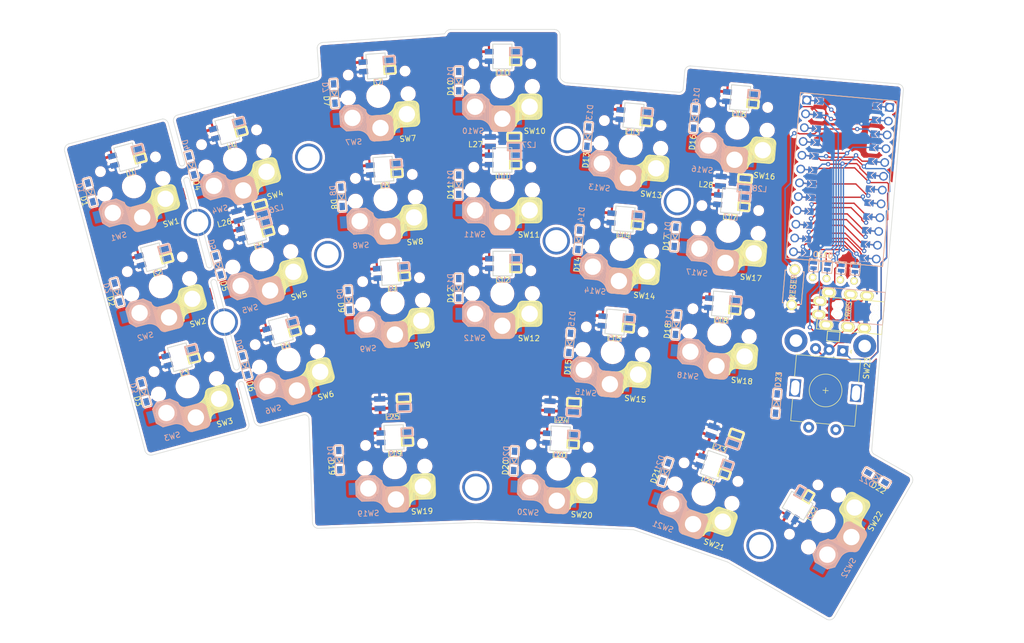
<source format=kicad_pcb>
(kicad_pcb (version 20211014) (generator pcbnew)
  (layers (0 "F.Cu" signal) (31 "B.Cu" signal) (34 "B.Paste" user) (35 "F.Paste" user) (36 "B.SilkS" user "B.Silkscreen") (37 "F.SilkS" user "F.Silkscreen") (38 "B.Mask" user) (39 "F.Mask" user) (44 "Edge.Cuts" user))
  (net 0 "")
  (net 2 "SW23b")
  (net 3 "Net-(L23-Pad3)")
  (net 4 "Net-(L1-Pad3)")
  (net 6 "Net-(D1-Pad1)")
  (net 7 "Net-(D2-Pad1)")
  (net 8 "Net-(D3-Pad1)")
  (net 9 "col0")
  (net 10 "Net-(D4-Pad1)")
  (net 11 "Net-(D5-Pad1)")
  (net 12 "Net-(D6-Pad1)")
  (net 13 "Net-(L24-Pad3)")
  (net 14 "Net-(D7-Pad1)")
  (net 15 "Net-(D8-Pad1)")
  (net 16 "Net-(D9-Pad1)")
  (net 17 "Net-(D10-Pad1)")
  (net 18 "Net-(D11-Pad1)")
  (net 19 "Net-(D12-Pad1)")
  (net 20 "Net-(D13-Pad1)")
  (net 21 "Net-(D14-Pad1)")
  (net 22 "Net-(D15-Pad1)")
  (net 23 "Net-(D16-Pad1)")
  (net 24 "Net-(D17-Pad1)")
  (net 25 "Net-(D18-Pad1)")
  (net 26 "col2")
  (net 27 "col3")
  (net 28 "col4")
  (net 29 "col5")
  (net 30 "top")
  (net 31 "home")
  (net 32 "bottom")
  (net 33 "thumb")
  (net 34 "Net-(D20-Pad1)")
  (net 35 "Net-(D21-Pad1)")
  (net 36 "Net-(D19-Pad1)")
  (net 37 "Net-(D22-Pad1)")
  (net 38 "GND")
  (net 39 "reset")
  (net 40 "VCC")
  (net 41 "Net-(J1-Pad1)")
  (net 42 "Net-(J1-Pad2)")
  (net 43 "Net-(J1-Pad3)")
  (net 44 "Net-(J1-Pad4)")
  (net 45 "SCL")
  (net 46 "SDA")
  (net 47 "data")
  (net 48 "Net-(J2-PadC)")
  (net 49 "LED")
  (net 50 "Net-(L1-Pad1)")
  (net 51 "Net-(L2-Pad1)")
  (net 53 "Net-(L4-Pad3)")
  (net 54 "Net-(L5-Pad3)")
  (net 55 "Net-(L10-Pad1)")
  (net 56 "Net-(L11-Pad1)")
  (net 57 "Net-(L7-Pad1)")
  (net 58 "Net-(L8-Pad1)")
  (net 59 "Net-(L10-Pad3)")
  (net 60 "Net-(L11-Pad3)")
  (net 61 "Net-(L12-Pad3)")
  (net 62 "Net-(L13-Pad3)")
  (net 63 "Net-(L14-Pad3)")
  (net 64 "Net-(L15-Pad3)")
  (net 65 "Net-(L15-Pad1)")
  (net 66 "Net-(L16-Pad1)")
  (net 67 "Net-(L17-Pad1)")
  (net 68 "Net-(L19-Pad3)")
  (net 69 "Net-(L20-Pad3)")
  (net 70 "Net-(L21-Pad3)")
  (net 71 "Net-(L22-Pad3)")
  (net 73 "Net-(L25-Pad3)")
  (net 74 "SW23a")
  (net 75 "encoderA")
  (net 76 "Net-(L26-Pad3)")
  (net 77 "Net-(L27-Pad3)")
  (net 78 "encoderB")
  (footprint "fp:SK6812MINI_rev" (layer "F.Cu") (at 179.8 130.75 -19)
    (fp_text reference "L21" hide)
    (fp_text value "SK6812MINI" hide)
    (fp_line (start -1.75 -2.25) (end 1.75 -2.25) (layer "Edge.Cuts") (width 0.15))
    (fp_line (start 1.75 2.25) (end -1.75 2.25) (layer "Edge.Cuts") (width 0.15))
    (fp_line (start -1.75 -2.25) (end -1.75 2.25) (layer "Edge.Cuts") (width 0.15))
    (fp_line (start 1.75 -2.25) (end 1.75 2.25) (layer "Edge.Cuts") (width 0.15))
  )
  (footprint "fp:D3_SMD" (layer "F.Cu") (at 172.775 88.85 85)
    (fp_text reference "D17" hide)
    (fp_text value "DIODE" hide)
  )
  (footprint "fp:D3_SMD" (layer "F.Cu") (at 89.013775 94.104627 105)
    (fp_text reference "D5" hide)
    (fp_text value "DIODE" hide)
  )
  (footprint "fp:SK6812MINI_underglow_rev" (layer "F.Cu") (at 181.65 125.25 -19)
    (fp_text reference "L23" hide)
    (fp_text value "SK6812MINI" hide)
  )
  (footprint "fp:ChocV1_V2_Hotswap_reversed" (layer "F.Cu") (at 141.105967 80.284641)
    (fp_text reference "SW11")
    (fp_text value "SW_PUSH" hide)
  )
  (footprint "kbd:MJ-4PP-9" (layer "F.Cu") (at 210.922545 103.794605 -95)
    (fp_text reference "J2" hide)
    (fp_text value "MJ-4PP-9" hide)
  )
  (footprint "fp:D3_SMD" (layer "F.Cu") (at 155.111639 89.397314 85)
    (fp_text reference "D14" hide)
    (fp_text value "DIODE" hide)
  )
  (footprint "kbd:M2_Hole_TH_Outside" (layer "F.Cu") (at 109.1 92.1)
    (fp_text reference "REF**" hide)
    (fp_text value "M2_Hole_TH_Outside" hide)
  )
  (footprint "fp:ChocV1_V2_Hotswap_reversed" (layer "F.Cu") (at 161.338081 110.018454 -5)
    (fp_text reference "SW15")
    (fp_text value "SW_PUSH" hide)
  )
  (footprint "fp:D3_SMD" (layer "F.Cu") (at 176.311915 67.1446 85)
    (fp_text reference "D16" hide)
    (fp_text value "DIODE" hide)
  )
  (footprint "fp:SK6812MINI_underglow_rev" (layer "F.Cu") (at 120.85 119.4 2)
    (fp_text reference "L25" hide)
    (fp_text value "SK6812MINI" hide)
  )
  (footprint "fp:SK6812MINI_rev" (layer "F.Cu") (at 141.11 55.75)
    (fp_text reference "L10" hide)
    (fp_text value "SK6812MINI" hide)
    (fp_line (start 1.75 2.25) (end -1.75 2.25) (layer "Edge.Cuts") (width 0.15))
    (fp_line (start -1.75 -2.25) (end 1.75 -2.25) (layer "Edge.Cuts") (width 0.15))
    (fp_line (start -1.75 -2.25) (end -1.75 2.25) (layer "Edge.Cuts") (width 0.15))
    (fp_line (start 1.75 -2.25) (end 1.75 2.25) (layer "Edge.Cuts") (width 0.15))
  )
  (footprint "kbd:M2_Hole_TH_Outside" (layer "F.Cu") (at 188.35 145.5)
    (fp_text reference "REF**" hide)
    (fp_text value "M2_Hole_TH_Outside" hide)
  )
  (footprint "fp:D3_SMD" (layer "F.Cu") (at 173 105 85)
    (fp_text reference "D18" hide)
    (fp_text value "DIODE" hide)
  )
  (footprint "fp:SK6812MINI_rev" (layer "F.Cu") (at 120.65 95.4 4)
    (fp_text reference "L9" hide)
    (fp_text value "SK6812MINI" hide)
    (fp_line (start 1.75 2.25) (end -1.75 2.25) (layer "Edge.Cuts") (width 0.15))
    (fp_line (start 1.75 -2.25) (end 1.75 2.25) (layer "Edge.Cuts") (width 0.15))
    (fp_line (start -1.75 -2.25) (end -1.75 2.25) (layer "Edge.Cuts") (width 0.15))
    (fp_line (start -1.75 -2.25) (end 1.75 -2.25) (layer "Edge.Cuts") (width 0.15))
  )
  (footprint "fp:D3_SMD" (layer "F.Cu") (at 156.767596 70.469614 85)
    (fp_text reference "D13" hide)
    (fp_text value "DIODE" hide)
  )
  (footprint "fp:ChocV1_V2_Hotswap_reversed" (layer "F.Cu") (at 119.674628 81.953717 4)
    (fp_text reference "SW8")
    (fp_text value "SW_PUSH" hide)
  )
  (footprint "fp:SK6812MINI_rev" (layer "F.Cu") (at 121.25 125.65 2)
    (fp_text reference "L19" hide)
    (fp_text value "SK6812MINI" hide)
    (fp_line (start -1.75 -2.25) (end -1.75 2.25) (layer "Edge.Cuts") (width 0.15))
    (fp_line (start 1.75 2.25) (end -1.75 2.25) (layer "Edge.Cuts") (width 0.15))
    (fp_line (start 1.75 -2.25) (end 1.75 2.25) (layer "Edge.Cuts") (width 0.15))
    (fp_line (start -1.75 -2.25) (end 1.75 -2.25) (layer "Edge.Cuts") (width 0.15))
  )
  (footprint "fp:SK6812MINI_rev" (layer "F.Cu") (at 165.150633 66.65 -5)
    (fp_text reference "L13" hide)
    (fp_text value "SK6812MINI" hide)
    (fp_line (start -1.75 -2.25) (end -1.75 2.25) (layer "Edge.Cuts") (width 0.15))
    (fp_line (start 1.75 -2.25) (end 1.75 2.25) (layer "Edge.Cuts") (width 0.15))
    (fp_line (start 1.75 2.25) (end -1.75 2.25) (layer "Edge.Cuts") (width 0.15))
    (fp_line (start -1.75 -2.25) (end 1.75 -2.25) (layer "Edge.Cuts") (width 0.15))
  )
  (footprint "fp:D3_SMD" (layer "F.Cu") (at 191.35 119.45 -95)
    (fp_text reference "D23" hide)
    (fp_text value "DIODE" hide)
  )
  (footprint "fp:SK6812MINI_rev" (layer "F.Cu") (at 118.002433 57.5 4)
    (fp_text reference "L7" hide)
    (fp_text value "SK6812MINI" hide)
    (fp_line (start -1.75 -2.25) (end -1.75 2.25) (layer "Edge.Cuts") (width 0.15))
    (fp_line (start 1.75 2.25) (end -1.75 2.25) (layer "Edge.Cuts") (width 0.15))
    (fp_line (start -1.75 -2.25) (end 1.75 -2.25) (layer "Edge.Cuts") (width 0.15))
    (fp_line (start 1.75 -2.25) (end 1.75 2.25) (layer "Edge.Cuts") (width 0.15))
  )
  (footprint "kbd:Jumper" (layer "F.Cu") (at 203.254701 94.561698 -95)
    (fp_text reference "JP2" hide)
    (fp_text value " ")
  )
  (footprint "fp:SK6812MINI_rev" (layer "F.Cu") (at 195.25 138.2 60)
    (fp_text reference "L22" hide)
    (fp_text value "SK6812MINI" hide)
    (fp_line (start -1.75 -2.25) (end -1.75 2.25) (layer "Edge.Cuts") (width 0.15))
    (fp_line (start 1.75 2.25) (end -1.75 2.25) (layer "Edge.Cuts") (width 0.15))
    (fp_line (start -1.75 -2.25) (end 1.75 -2.25) (layer "Edge.Cuts") (width 0.15))
    (fp_line (start 1.75 -2.25) (end 1.75 2.25) (layer "Edge.Cuts") (width 0.15))
  )
  (footprint "fp:SK6812MINI_rev" (layer "F.Cu") (at 141.15 93.75)
    (fp_text reference "L12" hide)
    (fp_text value "SK6812MINI" hide)
    (fp_line (start 1.75 -2.25) (end 1.75 2.25) (layer "Edge.Cuts") (width 0.15))
    (fp_line (start -1.75 -2.25) (end -1.75 2.25) (layer "Edge.Cuts") (width 0.15))
    (fp_line (start -1.75 -2.25) (end 1.75 -2.25) (layer "Edge.Cuts") (width 0.15))
    (fp_line (start 1.75 2.25) (end -1.75 2.25) (layer "Edge.Cuts") (width 0.15))
  )
  (footprint "kbd:ResetSW" (layer "F.Cu") (at 194.45 98.1 85)
    (fp_text reference "RSW1" hide)
    (fp_text value "SW_PUSH" hide)
  )
  (footprint "fp:ChocV1_V2_Hotswap_reversed" (layer "F.Cu") (at 141.105967 61.284641)
    (fp_text reference "SW10")
    (fp_text value "SW_PUSH" hide)
  )
  (footprint "fp:D3_SMD" (layer "F.Cu") (at 70.481337 99.057216 105)
    (fp_text reference "D2" hide)
    (fp_text value "DIODE" hide)
  )
  (footprint "kbd:Jumper" (layer "F.Cu") (at 205.804701 94.761698 -95)
    (fp_text reference "JP1" hide)
    (fp_text value " ")
  )
  (footprint "fp:D3_SMD" (layer "F.Cu") (at 143.263574 129.972216 87)
    (fp_text reference "D20" hide)
    (fp_text value "DIODE" hide)
  )
  (footprint "fp:SK6812MINI_underglow_rev" (layer "F.Cu") (at 152 120 -3)
    (fp_text reference "L24" hide)
    (fp_text value "SK6812MINI" hide)
  )
  (footprint "fp:D3_SMD" (layer "F.Cu") (at 111.209033 129.8261 93)
    (fp_text reference "D19" hide)
    (fp_text value "DIODE" hide)
  )
  (footprint "fp:SK6812MINI_rev" (layer "F.Cu") (at 141.1 74.75)
    (fp_text reference "L11" hide)
    (fp_text value "SK6812MINI" hide)
    (fp_line (start -1.75 -2.25) (end 1.75 -2.25) (layer "Edge.Cuts") (width 0.15))
    (fp_line (start -1.75 -2.25) (end -1.75 2.25) (layer "Edge.Cuts") (width 0.15))
    (fp_line (start 1.75 -2.25) (end 1.75 2.25) (layer "Edge.Cuts") (width 0.15))
    (fp_line (start 1.75 2.25) (end -1.75 2.25) (layer "Edge.Cuts") (width 0.15))
  )
  (footprint "kbd:M2_Hole_TH_Outside" (layer "F.Cu") (at 151 89.6)
    (fp_text reference "REF**" hide)
    (fp_text value "M2_Hole_TH_Outside" hide)
  )
  (footprint "fp:D3_SMD" (layer "F.Cu") (at 171 132 72)
    (fp_text reference "D21" hide)
    (fp_text value "DIODE" hide)
  )
  (footprint "fp:D3_SMD" (layer "F.Cu") (at 112.949732 100.467922 94)
    (fp_text reference "D9" hide)
    (fp_text value "DIODE" hide)
  )
  (footprint "kbd:M2_Hole_TH_Outside" (layer "F.Cu") (at 136.25 134.8)
    (fp_text reference "REF**" hide)
    (fp_text value "M2_Hole_TH_Outside" hide)
  )
  (footprint "fp:SK6812MINI_rev" (layer "F.Cu") (at 77.05 92.6 15)
    (fp_text reference "L2" hide)
    (fp_text value "SK6812MINI" hide)
    (fp_line (start -1.75 -2.25) (end -1.75 2.25) (layer "Edge.Cuts") (width 0.15))
    (fp_line (start 1.75 2.25) (end -1.75 2.25) (layer "Edge.Cuts") (width 0.15))
    (fp_line (start 1.75 -2.25) (end 1.75 2.25) (layer "Edge.Cuts") (width 0.15))
    (fp_line (start -1.75 -2.25) (end 1.75 -2.25) (layer "Edge.Cuts") (width 0.15))
  )
  (footprint "kbd:M2_Hole_TH" (layer "F.Cu") (at 194.95 107.9)
    (fp_text reference "REF**" hide)
    (fp_text value "M2_Hole_TH" hide)
  )
  (footprint "fp:ChocV1_V2_Hotswap_reversed" (layer "F.Cu") (at 184.194319 68.838041 -5)
    (fp_text reference "SW16")
    (fp_text value "SW_PUSH" hide)
  )
  (footprint "fp:ChocV1_V2_Hotswap_reversed" (layer "F.Cu") (at 178 136 -19)
    (fp_text reference "SW21")
    (fp_text value "SW_PUSH" hide)
  )
  (footprint "fp:SK6812MINI_rev" (layer "F.Cu") (at 81.984802 110.95 15)
    (fp_text reference "L3" hide)
    (fp_text value "SK6812MINI" hide)
    (fp_line (start -1.75 -2.25) (end 1.75 -2.25) (layer "Edge.Cuts") (width 0.15))
    (fp_line (start 1.75 2.25) (end -1.75 2.25) (layer "Edge.Cuts") (width 0.15))
    (fp_line (start -1.75 -2.25) (end -1.75 2.25) (layer "Edge.Cuts") (width 0.15))
    (fp_line (start 1.75 -2.25) (end 1.75 2.25) (layer "Edge.Cuts") (width 0.15))
  )
  (footprint "fp:ChocV1_V2_Hotswap_reversed_15u" (layer "F.Cu") (at 121.4 131.15 2)
    (fp_text reference "SW19")
    (fp_text value "SW_PUSH" hide)
  )
  (footprint "fp:SK6812MINI_rev" (layer "F.Cu") (at 151.7 125.9 -3)
    (fp_text reference "L20" hide)
    (fp_text value "SK6812MINI" hide)
    (fp_line (start 1.75 2.25) (end -1.75 2.25) (layer "Edge.Cuts") (width 0.15))
    (fp_line (start -1.75 -2.25) (end -1.75 2.25) (layer "Edge.Cuts") (width 0.15))
    (fp_line (start -1.75 -2.25) (end 1.75 -2.25) (layer "Edge.Cuts") (width 0.15))
    (fp_line (start 1.75 -2.25) (end 1.75 2.25) (layer "Edge.Cuts") (width 0.15))
  )
  (footprint "fp:SK6812MINI_rev" (layer "F.Cu") (at 95.584802 87.65 15)
    (fp_text reference "L5" hide)
    (fp_text value "SK6812MINI" hide)
    (fp_line (start -1.75 -2.25) (end 1.75 -2.25) (layer "Edge.Cuts") (width 0.15))
    (fp_line (start -1.75 -2.25) (end -1.75 2.25) (layer "Edge.Cuts") (width 0.15))
    (fp_line (start 1.75 -2.25) (end 1.75 2.25) (layer "Edge.Cuts") (width 0.15))
    (fp_line (start 1.75 2.25) (end -1.75 2.25) (layer "Edge.Cuts") (width 0.15))
  )
  (footprint "fp:ChocV1_V2_Hotswap_reversed" (layer "F.Cu") (at 141.105966 99.284641)
    (fp_text reference "SW12")
    (fp_text value "SW_PUSH" hide)
  )
  (footprint "fp:ChocV1_V2_Hotswap_reversed" (layer "F.Cu") (at 78.467563 97.95259 15)
    (fp_text reference "SW2")
    (fp_text value "SW_PUSH" hide)
  )
  (footprint "fp:ChocV1_V2_Hotswap_reversed" (layer "F.Cu") (at 101.917562 111.352591 15)
    (fp_text reference "SW6")
    (fp_text value "SW_PUSH" hide)
  )
  (footprint "fp:D3_SMD" (layer "F.Cu") (at 65.563776 80.704628 105)
    (fp_text reference "D1" hide)
    (fp_text value "DIODE" hide)
  )
  (footprint "fp:ChocV1_V2_Hotswap_reversed" (layer "F.Cu") (at 182.53836 87.76574 -5)
    (fp_text reference "SW17")
    (fp_text value "SW_PUSH" hide)
  )
  (footprint "Rotary_Encoder:RotaryEncoder_Alps_EC11E-Switch_Vertical_H20mm" (layer "F.Cu") (at 203.522366 109.795478 -95)
    (fp_text reference "SW23")
    (fp_text value "RotaryEncoder_Switch" hide)
  )
  (footprint "kbd:OLED_v2" (layer "F.Cu") (at 201.80943 96.62423 -5)
    (fp_text reference "J1" hide)
    (fp_text value "OLED" hide)
  )
  (footprint "fp:SK6812MINI_rev" (layer "F.Cu") (at 183.050633 82.25 -5)
    (fp_text reference "L17" hide)
    (fp_text value "SK6812MINI" hide)
    (fp_line (start -1.75 -2.25) (end 1.75 -2.25) (layer "Edge.Cuts") (width 0.15))
    (fp_line (start 1.75 -2.25) (end 1.75 2.25) (layer "Edge.Cuts") (width 0.15))
    (fp_line (start 1.75 2.25) (end -1.75 2.25) (layer "Edge.Cuts") (width 0.15))
    (fp_line (start -1.75 -2.25) (end -1.75 2.25) (layer "Edge.Cuts") (width 0.15))
  )
  (footprint "fp:ChocV1_V2_Hotswap_reversed" (layer "F.Cu") (at 73.55 79.6 15)
    (fp_text reference "SW1")
    (fp_text value "SW_PUSH" hide)
  )
  (footprint "fp:ChocV1_V2_Hotswap_reversed" (layer "F.Cu") (at 83.385126 116.305181 15)
    (fp_text reference "SW3")
    (fp_text value "SW_PUSH" hide)
  )
  (footprint "fp:SK6812MINI_rev" (layer "F.Cu") (at 161.85 104.5 -5)
    (fp_text reference "L15" hide)
    (fp_text value "SK6812MINI" hide)
    (fp_line (start -1.75 -2.25) (end -1.75 2.25) (layer "Edge.Cuts") (width 0.15))
    (fp_line (start -1.75 -2.25) (end 1.75 -2.25) (layer "Edge.Cuts") (width 0.15))
    (fp_line (start 1.75 -2.25) (end 1.75 2.25) (layer "Edge.Cuts") (width 0.15))
    (fp_line (start 1.75 2.25) (end -1.75 2.25) (layer "Edge.Cuts") (width 0.15))
  )
  (footprint "kbd:M2_Hole_TH_Outside" (layer "F.Cu") (at 153 71)
    (fp_text reference "REF**" hide)
    (fp_text value "M2_Hole_TH_Outside" hide)
  )
  (footprint "fp:SK6812MINI_underglow_rev" (layer "F.Cu") (at 183.35 78.85 -5)
    (fp_text reference "L28" hide)
    (fp_text value "SK6812MINI" hide)
  )
  (footprint "kbd:M2_Hole_TH_Outside" (layer "F.Cu") (at 105.6 74.25)
    (fp_text reference "REF**" hide)
    (fp_text value "M2_Hole_TH_Outside" hide)
  )
  (footprint "fp:ChocV1_V2_Hotswap_reversed" (layer "F.Cu") (at 164.65 72.163056 -5)
    (fp_text reference "SW13")
    (fp_text value "SW_PUSH" hide)
  )
  (footprint "kbd:M2_Hole_TH" (layer "F.Cu") (at 207.55 108.9)
    (fp_text reference "REF**" hide)
    (fp_text value "M2_Hole_TH" hide)
  )
  (footprint "fp:SK6812MINI_rev" (layer "F.Cu") (at 163.5 85.6 -5)
    (fp_text reference "L14" hide)
    (fp_text value "SK6812MINI" hide)
    (fp_line (start 1.75 -2.25) (end 1.75 2.25) (layer "Edge.Cuts") (width 0.15))
    (fp_line (start 1.75 2.25) (end -1.75 2.25) (layer "Edge.Cuts") (width 0.15))
    (fp_line (start -1.75 -2.25) (end -1.75 2.25) (layer "Edge.Cuts") (width 0.15))
    (fp_line (start -1.75 -2.25) (end 1.75 -2.25) (layer "Edge.Cuts") (width 0.15))
  )
  (footprint "fp:ChocV1_V2_Hotswap_reversed" (layer "F.Cu") (at 162.994041 91.090755 -5)
    (fp_text reference "SW14")
    (fp_text value "SW_PUSH" hide)
  )
  (footprint "fp:D3_SMD" (layer "F.Cu") (at 133.105967 98.284642 90)
    (fp_text reference "D12" hide)
    (fp_text value "DIODE" hide)
  )
  (footprint "fp:D3_SMD" (layer "F.Cu") (at 153.45568 108.325015 85)
    (fp_text reference "D15" hide)
    (fp_text value "DIODE" hide)
  )
  (footprint "fp:SK6812MINI_rev" (layer "F.Cu") (at 72.15 74.25 15)
    (fp_text reference "L1" hide)
    (fp_text value "SK6812MINI" hide)
    (fp_line (start 1.75 -2.25) (end 1.75 2.25) (layer "Edge.Cuts") (width 0.15))
    (fp_line (start -1.75 -2.25) (end 1.75 -2.25) (layer "Edge.Cuts") (width 0.15))
    (fp_line (start -1.75 -2.25) (end -1.75 2.25) (layer "Edge.Cuts") (width 0.15))
    (fp_line (start 1.75 2.25) (end -1.75 2.25) (layer "Edge.Cuts") (width 0.15))
  )
  (footprint "fp:SK6812MINI_rev" (layer "F.Cu") (at 184.7 63.35 -5)
    (fp_text reference "L16" hide)
    (fp_text value "SK6812MINI" hide)
    (fp_line (start -1.75 -2.25) (end 1.75 -2.25) (layer "Edge.Cuts") (width 0.15))
    (fp_line (start 1.75 2.25) (end -1.75 2.25) (layer "Edge.Cuts") (width 0.15))
    (fp_line (start -1.75 -2.25) (end -1.75 2.25) (layer "Edge.Cuts") (width 0.15))
    (fp_line (start 1.75 -2.25) (end 1.75 2.25) (layer "Edge.Cuts") (width 0.15))
  )
  (footprint "fp:SK6812MINI_underglow_rev" (layer "F.Cu") (at 141.1 71.4)
    (fp_text reference "L27" hide)
    (fp_text value "SK6812MINI" hide)
  )
  (footprint "fp:D3_SMD" (layer "F.Cu") (at 110.298985 62.560488 94)
    (fp_text reference "D7" hide)
    (fp_text value "DIODE" hide)
  )
  (footprint "kbd:Jumper" (layer "F.Cu") (at 198.204701 94.111698 -95)
    (fp_text reference "JP4" hide)
    (fp_text value " ")
  )
  (footprint "fp:ChocV1_V2_Hotswap_reversed" (layer "F.Cu") (at 92.082439 74.647408 15)
    (fp_text reference "SW4")
    (fp_text value "SW_PUSH" hide)
  )
  (footprint "fp:D3_SMD" (layer "F.Cu") (at 111.624359 81.514205 94)
    (fp_text reference "D8" hide)
    (fp_text value "DIODE" hide)
  )
  (footprint "fp:D3_SMD" (layer "F.Cu") (at 84.096212 75.752036 105)
    (fp_text reference "D4" hide)
    (fp_text value "DIODE" hide)
  )
  (footprint "fp:D3_SMD" (layer "F.Cu") (at 75.3989 117.409808 105)
    (fp_text reference "D3" hide)
    (fp_text value "DIODE" hide)
  )
  (footprint "fp:SK6812MINI_rev" (layer "F.Cu") (at 181.4 101.2 -5)
    (fp_text reference "L18" hide)
    (fp_text value "SK6812MINI" hide)
    (fp_line (start 1.75 -2.25) (end 1.75 2.25) (layer "Edge.Cuts") (width 0.15))
    (fp_line (start 1.75 2.25) (end -1.75 2.25) (layer "Edge.Cuts") (width 0.15))
    (fp_line (start -1.75 -2.25) (end -1.75 2.25) (layer "Edge.Cuts") (width 0.15))
    (fp_line (start -1.75 -2.25) (end 1.75 -2.25) (layer "Edge.Cuts") (width 0.15))
  )
  (footprint "fp:D3_SMD" (layer "F.Cu") (at 133.105967 79.284641 90)
    (fp_text reference "D11" hide)
    (fp_text value "DIODE" hide)
  )
  (footprint "fp:D3_SMD" (layer "F.Cu") (at 93.931338 112.457217 105)
    (fp_text reference "D6" hide)
    (fp_text value "DIODE" hide)
  )
  (footprint "fp:ChocV1_V2_Hotswap_reversed_15u" (layer "F.Cu") (at 200 141 60)
    (fp_text reference "SW22")
    (fp_text value "SW_PUSH" hide)
  )
  (footprint "kbd:M2_Hole_TH_Outside" (layer "F.Cu") (at 173.2 82.4)
    (fp_text reference "REF**" hide)
    (fp_text value "M2_Hole_TH_Outside" hide)
  )
  (footprint "fp:ChocV1_V2_Hotswap_reversed" (layer "F.Cu") (at 121 100.907434 4)
    (fp_text reference "SW9")
    (fp_text value "SW_PUSH" hide)
  )
  (footprint "fp:D3_SMD" (layer "F.Cu") (at 209.75 133.05 150)
    (fp_text reference "D22" hide)
    (fp_text value "DIODE" hide)
  )
  (footprint "fp:ChocV1_V2_Hotswap_reversed_15u" (layer "F.Cu") (at 151.4 131.4 -3)
    (fp_text reference "SW20")
    (fp_text value "SW_PUSH" hide)
  )
  (footprint "kbd:M2_Hole_TH_Outside" (layer "F.Cu") (at 90.125 104.5)
    (fp_text reference "REF**" hide)
    (fp_text value "M2_Hole_TH_Outside" hide)
  )
  (footprint "kbd:JPC2" (layer "F.Cu") (at 201.8 107.15 -5)
    (fp_text reference "JP9" hide)
    (fp_text value " " hide)
  )
  (footprint "keyboard_reversible:ProMicro_unrouted" (layer "F.Cu") (at 203.3 78.35 -95)
    (fp_text reference "U1" hide)
    (fp_text value "ProMicro")
  )
  (footprint "fp:D3_SMD" (layer "F.Cu") (at 133.105965 60.284641 90)
    (fp_text reference "D10" hide)
    (fp_text value "DIODE" hide)
  )
  (footprint "fp:ChocV1_V2_Hotswap_reversed" (layer "F.Cu") (at 118.349255 63 4)
    (fp_text reference "SW7")
    (fp_text value "SW_PUSH" hide)
  )
  (footprint "fp:SK6812MINI_underglow_rev" (layer "F.Cu") (at 94.75 84.4 15)
    (fp_text reference "L26" hide)
    (fp_text value "SK6812MINI" hide)
  )
  (footprint "kbd:M2_Hole_TH_Outside" (layer "F.Cu") (at 85.2 86.225)
    (fp_text reference "REF**" hide)
    (fp_text value "M2_Hole_TH_Outside" hide)
  )
  (footprint "fp:ChocV1_V2_Hotswap_reversed" (layer "F.Cu") (at 180.8824 106.69344 -5)
    (fp_text reference "SW18")
    (fp_text value "SW_PUSH" hide)
  )
  (footprint "kbd:Jumper" (layer "F.Cu") (at 200.704701 94.361698 -95)
    (fp_text reference "JP3" hide)
    (fp_text value " ")
  )
  (footprint "fp:ChocV1_V2_Hotswap_reversed" (layer "F.Cu") (at 97 93 15)
    (fp_text reference "SW5")
    (fp_text value "SW_PUSH" hide)
  )
  (footprint "fp:SK6812MINI_rev" (layer "F.Cu") (at 90.684802 69.3 15)
    (fp_text reference "L4" hide)
    (fp_text value "SK6812MINI" hide)
    (fp_line (start 1.75 -2.25) (end 1.75 2.25) (layer "Edge.Cuts") (width 0.15))
    (fp_line (start 1.75 2.25) (end -1.75 2.25) (layer "Edge.Cuts") (width 0.15))
    (fp_line (start -1.75 -2.25) (end -1.75 2.25) (layer "Edge.Cuts") (width 0.15))
    (fp_line (start -1.75 -2.25) (end 1.75 -2.25) (layer "Edge.Cuts") (width 0.15))
  )
  (footprint "fp:SK6812MINI_rev" (layer "F.Cu") (at 100.5 106 15)
    (fp_text reference "L6" hide)
    (fp_text value "SK6812MINI" hide)
    (fp_line (start -1.75 -2.25) (end -1.75 2.25) (layer "Edge.Cuts") (width 0.15))
    (fp_line (start -1.75 -2.25) (end 1.75 -2.25) (layer "Edge.Cuts") (width 0.15))
    (fp_line (start 1.75 -2.25) (end 1.75 2.25) (layer "Edge.Cuts") (width 0.15))
    (fp_line (start 1.75 2.25) (end -1.75 2.25) (layer "Edge.Cuts") (width 0.15))
  )
  (footprint "fp:SK6812MINI_rev" (layer "F.Cu") (at 119.3 76.45 4)
    (fp_text reference "L8" hide)
    (fp_text value "SK6812MINI" hide)
    (fp_line (start 1.75 -2.25) (end 1.75 2.25) (layer "Edge.Cuts") (width 0.15))
    (fp_line (start -1.75 -2.25) (end -1.75 2.25) (layer "Edge.Cuts") (width 0.15))
    (fp_line (start -1.75 -2.25) (end 1.75 -2.25) (layer "Edge.Cuts") (width 0.15))
    (fp_line (start 1.75 2.25) (end -1.75 2.25) (layer "Edge.Cuts") (width 0.15))
  )
  (footprint "kbd:Jumper" (layer "B.Cu") (at 200.704701 94.361698 -95)
    (fp_text reference "JP7" hide)
    (fp_text value " ")
  )
  (footprint "kbd:Jumper" (layer "B.Cu") (at 205.804701 94.761698 -95)
    (fp_text reference "JP5" hide)
    (fp_text value " ")
  )
  (footprint "kbd:Jumper" (layer "B.Cu") (at 203.254701 94.561698 -95)
    (fp_text reference "JP6" hide)
    (fp_text value " ")
  )
  (footprint "kbd:Jumper" (layer "B.Cu") (at 198.204701 94.111698 -95)
    (fp_text reference "JP8" hide)
    (fp_text value " ")
  )
  (gr_line (start 215.9 132.5) (end 209.2 128.7) (layer "Edge.Cuts") (width 0.1))
  (gr_arc (start 82.7 78.55) (mid 83.082411 77.984864) (end 83.7 78.275) (layer "Edge.Cuts") (width 0.1))
  (gr_line (start 214.65 61.9) (end 208.85 127.85) (layer "Edge.Cuts") (width 0.1))
  (gr_line (start 216.3 133.9) (end 202 158.65) (layer "Edge.Cuts") (width 0.1))
  (gr_arc (start 174.55 58.45) (mid 174.882895 57.762672) (end 175.6 57.5) (layer "Edge.Cuts") (width 0.1))
  (gr_line (start 165.1 142.6) (end 136.55 141.3) (layer "Edge.Cuts") (width 0.1))
  (gr_line (start 174.55 58.45) (end 174.249999 61.8) (layer "Edge.Cuts") (width 0.1))
  (gr_arc (start 104.75 121.5) (mid 105.372105 121.706383) (end 105.65 122.3) (layer "Edge.Cuts") (width 0.1))
  (gr_arc (start 92.873054 112.675785) (mid 92.5 113.275) (end 91.873054 112.950785) (layer "Edge.Cuts") (width 0.1))
  (gr_line (start 175.6 57.5) (end 213.75 60.8) (layer "Edge.Cuts") (width 0.1))
  (gr_line (start 93.701946 115.749215) (end 95.626946 122.824215) (layer "Edge.Cuts") (width 0.1))
  (gr_line (start 107.15 54.2) (end 107.5 59.15) (layer "Edge.Cuts") (width 0.1))
  (gr_line (start 131.6 50.8) (end 150.65 50.8) (layer "Edge.Cuts") (width 0.1))
  (gr_arc (start 174.249999 61.8) (mid 173.94895 62.208964) (end 173.453783 62.321624) (layer "Edge.Cuts") (width 0.1))
  (gr_line (start 200.6 159.05) (end 182.45 148.55) (layer "Edge.Cuts") (width 0.1))
  (gr_arc (start 130.55 51.6) (mid 130.955891 51.04367) (end 131.6 50.8) (layer "Edge.Cuts") (width 0.1))
  (gr_arc (start 153.05 60.599999) (mid 152.22407 60.309106) (end 151.718739 59.593977) (layer "Edge.Cuts") (width 0.1))
  (gr_line (start 79.85 68) (end 81.9 75.55) (layer "Edge.Cuts") (width 0.1))
  (gr_line (start 83.7 78.275) (end 87.898054 93.950785) (layer "Edge.Cuts") (width 0.1))
  (gr_arc (start 96.825 123.6) (mid 96.102968 123.402075) (end 95.626946 122.824215) (layer "Edge.Cuts") (width 0.1))
  (gr_arc (start 213.75 60.8) (mid 214.398629 61.187474) (end 214.65 61.9) (layer "Edge.Cuts") (width 0.1))
  (gr_line (start 82.7 78.55) (end 86.898054 94.225785) (layer "Edge.Cuts") (width 0.1))
  (gr_line (start 92.701946 116.024215) (end 94.626946 123.099215) (layer "Edge.Cuts") (width 0.1))
  (gr_line (start 87.675 97.275) (end 91.873054 112.950785) (layer "Edge.Cuts") (width 0.1))
  (gr_line (start 80.825 67.75) (end 82.875 75.3) (layer "Edge.Cuts") (width 0.1))
  (gr_arc (start 209.2 128.7) (mid 208.928791 128.314616) (end 208.85 127.85) (layer "Edge.Cuts") (width 0.1))
  (gr_line (start 173.453783 62.321624) (end 153.05 60.599999) (layer "Edge.Cuts") (width 0.1))
  (gr_arc (start 60.85 73.15) (mid 60.957929 72.326262) (end 61.597499 71.796027) (layer "Edge.Cuts") (width 0.1))
  (gr_line (start 96.825 123.6) (end 104.75 121.5) (layer "Edge.Cuts") (width 0.1))
  (gr_arc (start 94.626946 123.099215) (mid 94.535301 123.880708) (end 93.925575 124.37804) (layer "Edge.Cuts") (width 0.1))
  (gr_arc (start 135.95 141.3) (mid 136.25 141.294) (end 136.55 141.3) (layer "Edge.Cuts") (width 0.1))
  (gr_line (start 107.4 142.35) (end 135.95 141.3) (layer "Edge.Cuts") (width 0.1))
  (gr_line (start 182.45 148.55) (end 165.6 142.75) (layer "Edge.Cuts") (width 0.1))
  (gr_arc (start 87.675 97.275) (mid 88.057411 96.709864) (end 88.675 97) (layer "Edge.Cuts") (width 0.1))
  (gr_line (start 61.6 71.8) (end 78.825 67.225) (layer "Edge.Cuts") (width 0.1))
  (gr_arc (start 107.5 59.15) (mid 107.37425 59.524439) (end 107.05 59.75) (layer "Edge.Cuts") (width 0.1))
  (gr_line (start 88.675 97) (end 92.873054 112.675785) (layer "Edge.Cuts") (width 0.1))
  (gr_arc (start 202 158.65) (mid 201.37441 159.110503) (end 200.6 159.05) (layer "Edge.Cuts") (width 0.1))
  (gr_arc (start 150.65 50.8) (mid 151.35222 51.079137) (end 151.7 51.75) (layer "Edge.Cuts") (width 0.1))
  (gr_arc (start 107.4 142.35) (mid 106.649409 142.07065) (end 106.3 141.35) (layer "Edge.Cuts") (width 0.1))
  (gr_arc (start 82.875 75.3) (mid 82.494247 75.841163) (end 81.9 75.55) (layer "Edge.Cuts") (width 0.1))
  (gr_arc (start 87.898054 93.950785) (mid 87.525 94.55) (end 86.898054 94.225785) (layer "Edge.Cuts") (width 0.1))
  (gr_arc (start 76.9 128.9) (mid 76.124084 128.784401) (end 75.602697 128.198237) (layer "Edge.Cuts") (width 0.1))
  (gr_arc (start 92.701946 116.024215) (mid 93.075 115.425) (end 93.701946 115.749215) (layer "Edge.Cuts") (width 0.1))
  (gr_arc (start 107.15 54.2) (mid 107.443742 53.527805) (end 108.1 53.2) (layer "Edge.Cuts") (width 0.1))
  (gr_line (start 130.55 51.6) (end 108.1 53.2) (layer "Edge.Cuts") (width 0.1))
  (gr_line (start 60.85 73.15) (end 75.6 128.2) (layer "Edge.Cuts") (width 0.1))
  (gr_line (start 105.65 122.3) (end 106.3 141.35) (layer "Edge.Cuts") (width 0.1))
  (gr_arc (start 80.825 67.75) (mid 80.912747 67.010058) (end 81.475 66.525) (layer "Edge.Cuts") (width 0.1))
  (gr_arc (start 78.825 67.225) (mid 79.464337 67.441087) (end 79.841901 68.000476) (layer "Edge.Cuts") (width 0.1))
  (gr_line (start 76.9 128.9) (end 93.925575 124.37804) (layer "Edge.Cuts") (width 0.1))
  (gr_arc (start 165.1 142.6) (mid 165.3515 142.67) (end 165.6 142.75) (layer "Edge.Cuts") (width 0.1))
  (gr_arc (start 215.9 132.5) (mid 216.327187 133.133055) (end 216.285869 133.895652) (layer "Edge.Cuts") (width 0.1))
  (gr_line (start 151.7 51.75) (end 151.718739 59.593977) (layer "Edge.Cuts") (width 0.1))
  (gr_line (start 81.475 66.525) (end 107.05 59.75) (layer "Edge.Cuts") (width 0.1))
  (segment (start 206.027704 91.946977) (end 203.830727 89.75) (width 0.25) (layer "F.Cu") (net 9))
  (segment (start 197.274799 91.308123) (end 197.274799 91.846226) (width 0.25) (layer "F.Cu") (net 9))
  (segment (start 198.832922 89.75) (end 197.274799 91.308123) (width 0.25) (layer "F.Cu") (net 9))
  (segment (start 203.830727 89.75) (end 198.832922 89.75) (width 0.25) (layer "F.Cu") (net 9))
  (via (at 206.027704 91.946977) (size 0.8) (drill 0.4) (layers "F.Cu" "B.Cu") (net 9))
  (segment (start 206.768181 92.687454) (end 206.89007 92.687454) (width 0.25) (layer "B.Cu") (net 9))
  (segment (start 206.027704 91.946977) (end 206.768181 92.687454) (width 0.25) (layer "B.Cu") (net 9))
  (segment (start 204.210569 85.7) (end 207.360569 88.85) (width 0.25) (layer "F.Cu") (net 26))
  (segment (start 207.360569 88.85) (end 207.7 88.85) (width 0.25) (layer "F.Cu") (net 26))
  (segment (start 198.803107 85.7) (end 204.210569 85.7) (width 0.25) (layer "F.Cu") (net 26))
  (segment (start 197.71755 86.785557) (end 198.803107 85.7) (width 0.25) (layer "F.Cu") (net 26))
  (via (at 207.7 88.85) (size 0.8) (drill 0.4) (layers "F.Cu" "B.Cu") (net 26))
  (segment (start 207.7 87.993963) (end 207.332821 87.626784) (width 0.25) (layer "B.Cu") (net 26))
  (segment (start 207.7 88.85) (end 207.7 87.993963) (width 0.25) (layer "B.Cu") (net 26))
  (segment (start 205.05 83.5) (end 207.027855 85.477855) (width 0.25) (layer "F.Cu") (net 27))
  (segment (start 197.938925 84.255223) (end 198.694148 83.5) (width 0.25) (layer "F.Cu") (net 27))
  (segment (start 198.694148 83.5) (end 205.05 83.5) (width 0.25) (layer "F.Cu") (net 27))
  (segment (start 207.512279 86.25) (end 207.8 86.25) (width 0.25) (layer "F.Cu") (net 27))
  (segment (start 207.027855 85.765576) (end 207.512279 86.25) (width 0.25) (layer "F.Cu") (net 27))
  (segment (start 207.027855 85.477855) (end 207.027855 85.765576) (width 0.25) (layer "F.Cu") (net 27))
  (via (at 207.8 86.25) (size 0.8) (drill 0.4) (layers "F.Cu" "B.Cu") (net 27))
  (segment (start 207.8 86.25) (end 207.8 85.342253) (width 0.25) (layer "B.Cu") (net 27))
  (segment (start 207.8 85.342253) (end 207.554197 85.09645) (width 0.25) (layer "B.Cu") (net 27))
  (segment (start 207.096988 81.6) (end 198.285189 81.6) (width 0.25) (layer "F.Cu") (net 28))
  (segment (start 207.216862 81.480126) (end 207.096988 81.6) (width 0.25) (layer "F.Cu") (net 28))
  (segment (start 198.285189 81.6) (end 198.160301 81.724888) (width 0.25) (layer "F.Cu") (net 28))
  (via (at 207.216862 81.480126) (size 0.8) (drill 0.4) (layers "F.Cu" "B.Cu") (net 28))
  (segment (start 207.216862 82.007405) (end 207.775572 82.566115) (width 0.25) (layer "B.Cu") (net 28))
  (segment (start 207.216862 81.480126) (end 207.216862 82.007405) (width 0.25) (layer "B.Cu") (net 28))
  (segment (start 198.426231 79.15) (end 198.381677 79.194554) (width 0.25) (layer "F.Cu") (net 29))
  (segment (start 208.065699 81.3) (end 205.915699 79.15) (width 0.25) (layer "F.Cu") (net 29))
  (segment (start 205.915699 79.15) (end 198.426231 79.15) (width 0.25) (layer "F.Cu") (net 29))
  (segment (start 208.2 81.3) (end 208.065699 81.3) (width 0.25) (layer "F.Cu") (net 29))
  (via (at 208.2 81.3) (size 0.8) (drill 0.4) (layers "F.Cu" "B.Cu") (net 29))
  (segment (start 208.2 81.3) (end 207.996948 81.096948) (width 0.25) (layer "B.Cu") (net 29))
  (segment (start 207.996948 81.096948) (end 207.996948 80.035781) (width 0.25) (layer "B.Cu") (net 29))
  (segment (start 198 82.7) (end 197.8 82.9) (width 0.25) (layer "F.Cu") (net 30))
  (segment (start 205.6 82.7) (end 198 82.7) (width 0.25) (layer "F.Cu") (net 30))
  (segment (start 207.554197 84.654197) (end 205.6 82.7) (width 0.25) (layer "F.Cu") (net 30))
  (segment (start 207.554197 85.09645) (end 207.554197 84.654197) (width 0.25) (layer "F.Cu") (net 30))
  (via (at 197.8 82.9) (size 0.8) (drill 0.4) (layers "F.Cu" "B.Cu") (net 30))
  (segment (start 197.8 82.9) (end 197.8 84.116298) (width 0.25) (layer "B.Cu") (net 30))
  (segment (start 197.8 84.116298) (end 197.938925 84.255223) (width 0.25) (layer "B.Cu") (net 30))
  (segment (start 207.332821 87.626784) (end 204.356037 84.65) (width 0.25) (layer "F.Cu") (net 31))
  (segment (start 197.828608 85.5) (end 197.7 85.5) (width 0.25) (layer "F.Cu") (net 31))
  (segment (start 204.356037 84.65) (end 198.678608 84.65) (width 0.25) (layer "F.Cu") (net 31))
  (segment (start 198.678608 84.65) (end 197.828608 85.5) (width 0.25) (layer "F.Cu") (net 31))
  (via (at 197.7 85.5) (size 0.8) (drill 0.4) (layers "F.Cu" "B.Cu") (net 31))
  (segment (start 197.7 85.5) (end 197.7 86.768007) (width 0.25) (layer "B.Cu") (net 31))
  (segment (start 197.7 86.768007) (end 197.71755 86.785557) (width 0.25) (layer "B.Cu") (net 31))
  (segment (start 197.687567 87.95) (end 197.3 87.95) (width 0.25) (layer "F.Cu") (net 32))
  (segment (start 207.111445 90.157119) (end 203.704326 86.75) (width 0.25) (layer "F.Cu") (net 32))
  (segment (start 198.887567 86.75) (end 197.687567 87.95) (width 0.25) (layer "F.Cu") (net 32))
  (segment (start 203.704326 86.75) (end 198.887567 86.75) (width 0.25) (layer "F.Cu") (net 32))
  (via (at 197.3 87.95) (size 0.8) (drill 0.4) (layers "F.Cu" "B.Cu") (net 32))
  (segment (start 197.3 89.119718) (end 197.496174 89.315892) (width 0.25) (layer "B.Cu") (net 32))
  (segment (start 197.3 87.95) (end 197.3 89.119718) (width 0.25) (layer "B.Cu") (net 32))
  (segment (start 206.89007 91.915375) (end 206.89007 92.687454) (width 0.25) (layer "F.Cu") (net 33))
  (segment (start 204.272462 89.15) (end 206.725 91.602538) (width 0.25) (layer "F.Cu") (net 33))
  (segment (start 197.786128 90.160398) (end 198.796526 89.15) (width 0.25) (layer "F.Cu") (net 33))
  (segment (start 196.209171 90.651847) (end 196.722409 90.138609) (width 0.25) (layer "F.Cu") (net 33))
  (segment (start 198.796526 89.15) (end 204.272462 89.15) (width 0.25) (layer "F.Cu") (net 33))
  (segment (start 196.722409 90.138609) (end 197.123423 90.138609) (width 0.25) (layer "F.Cu") (net 33))
  (segment (start 197.145212 90.160398) (end 197.786128 90.160398) (width 0.25) (layer "F.Cu") (net 33))
  (segment (start 206.725 91.750305) (end 206.89007 91.915375) (width 0.25) (layer "F.Cu") (net 33))
  (segment (start 197.123423 90.138609) (end 197.145212 90.160398) (width 0.25) (layer "F.Cu") (net 33))
  (segment (start 206.725 91.602538) (end 206.725 91.750305) (width 0.25) (layer "F.Cu") (net 33))
  (via (at 196.209171 90.651847) (size 0.8) (drill 0.4) (layers "F.Cu" "B.Cu") (net 33))
  (segment (start 196.209171 90.651847) (end 197.274799 91.717475) (width 0.25) (layer "B.Cu") (net 33))
  (segment (start 197.274799 91.717475) (end 197.274799 91.846226) (width 0.25) (layer "B.Cu") (net 33))
  (segment (start 199.350475 100.674158) (end 201.864835 100.674158) (width 0.25) (layer "F.Cu") (net 38))
  (segment (start 204.199715 100.657983) (end 206.98431 100.657983) (width 0.25) (layer "F.Cu") (net 38))
  (segment (start 194.166744 101.337633) (end 198.687 101.337633) (width 0.25) (layer "F.Cu") (net 38))
  (segment (start 199.488555 66.542881) (end 197.906387 64.960713) (width 0.25) (layer "F.Cu") (net 38))
  (segment (start 203.682571 104.089724) (end 204.371539 104.15) (width 0.25) (layer "F.Cu") (net 38))
  (segment (start 205.727399 92.671977) (end 205.848312 92.671977) (width 0.25) (layer "F.Cu") (net 38))
  (segment (start 194.25 61.7) (end 192.55 60) (width 0.25) (layer "F.Cu") (net 38))
  (segment (start 201.045674 68.1) (end 199.488555 66.542881) (width 0.25) (layer "F.Cu") (net 38))
  (segment (start 203.610737 104.15) (end 203.682571 104.089724) (width 0.25) (layer "F.Cu") (net 38))
  (segment (start 202.203554 100.335439) (end 203.877171 100.335439) (width 0.25) (layer "F.Cu") (net 38))
  (segment (start 201.288245 109.577589) (end 201.031879 109.577589) (width 0.25) (layer "F.Cu") (net 38))
  (segment (start 199.136943 103.114835) (end 201.137084 103.114835) (width 0.25) (layer "F.Cu") (net 38))
  (segment (start 198.687 101.337633) (end 199.350475 100.674158) (width 0.25) (layer "F.Cu") (net 38))
  (segment (start 201.864835 100.674158) (end 202.203554 100.335439) (width 0.25) (layer "F.Cu") (net 38))
  (segment (start 203.7 108.25) (end 202.615834 108.25) (width 0.25) (layer "F.Cu") (net 38))
  (segment (start 207.452075 105.599) (end 206.351 105.599) (width 0.25) (layer "F.Cu") (net 38))
  (segment (start 194.660713 64.960713) (end 194.25 64.55) (width 0.25) (layer "F.Cu") (net 38))
  (segment (start 206.95 68.1) (end 207.068007 68.1) (width 0.25) (layer "F.Cu") (net 38))
  (segment (start 203.877171 100.335439) (end 204.199715 100.657983) (width 0.25) (layer "F.Cu") (net 38))
  (segment (start 205.302704 92.247282) (end 205.727399 92.671977) (width 0.25) (layer "F.Cu") (net 38))
  (segment (start 192.55 60) (end 182.35 60) (width 0.25) (layer "F.Cu") (net 38))
  (segment (start 207.068007 68.1) (end 208.88245 69.914443) (width 0.25) (layer "F.Cu") (net 38))
  (segment (start 206.98431 100.657983) (end 207.970652 99.671641) (width 0.25) (layer "F.Cu") (net 38))
  (segment (start 182.05 60.3) (end 182.385394 60.635394) (width 0.25) (layer "F.Cu") (net 38))
  (segment (start 199.463112 90.4745) (end 203.918831 90.4745) (width 0.25) (layer "F.Cu") (net 38))
  (segment (start 205.848312 92.671977) (end 205.848312 94.263222) (width 0.25) (layer "F.Cu") (net 38))
  (segment (start 208.661075 72.444777) (end 208.661075 70.135818) (width 0.25) (layer "F.Cu") (net 38))
  (segment (start 206.95 68.1) (end 201.045674 68.1) (width 0.25) (layer "F.Cu") (net 38))
  (segment (start 208.661075 70.135818) (end 208.88245 69.914443) (width 0.25) (layer "F.Cu") (net 38))
  (segment (start 202.615834 108.25) (end 201.288245 109.577589) (width 0.25) (layer "F.Cu") (net 38))
  (segment (start 201.137084 103.114835) (end 202.172249 104.15) (width 0.25) (layer "F.Cu") (net 38))
  (segment (start 203.918831 90.4745) (end 205.302704 91.858373) (width 0.25) (layer "F.Cu") (net 38))
  (segment (start 204.371539 104.15) (end 206.003075 104.15) (width 0.25) (layer "F.Cu") (net 38))
  (segment (start 197.906387 64.960713) (end 194.660713 64.960713) (width 0.25) (layer "F.Cu") (net 38))
  (segment (start 202.172249 104.15) (end 203.610737 104.15) (width 0.25) (layer "F.Cu") (net 38))
  (segment (start 182.385394 60.635394) (end 182.385394 62.269156) (width 0.25) (layer "F.Cu") (net 38))
  (segment (start 205.302704 91.858373) (end 205.302704 92.247282) (width 0.25) (layer "F.Cu") (net 38))
  (segment (start 206.351 105.599) (end 203.7 108.25) (width 0.25) (layer "F.Cu") (net 38))
  (segment (start 206.003075 104.15) (end 207.452075 105.599) (width 0.25) (layer "F.Cu") (net 38))
  (segment (start 182.35 60) (end 182.05 60.3) (width 0.25) (layer "F.Cu") (net 38))
  (segment (start 194.25 64.55) (end 194.25 61.7) (width 0.25) (layer "F.Cu") (net 38))
  (via (at 199.463112 90.4745) (size 0.8) (drill 0.4) (layers "F.Cu" "B.Cu") (net 38))
  (via (at 206.95 68.1) (size 0.8) (drill 0.4) (layers "F.Cu" "B.Cu") (net 38))
  (segment (start 198.7 106.7) (end 201.031879 109.031879) (width 0.25) (layer "B.Cu") (net 38))
  (segment (start 199.463112 90.586888) (end 198.248312 91.801688) (width 0.25) (layer "B.Cu") (net 38))
  (segment (start 199.136943 103.114835) (end 198.7 103.551778) (width 0.25) (layer "B.Cu") (net 38))
  (segment (start 207.970652 99.671641) (end 207.970652 105.080423) (width 0.25) (layer "B.Cu") (net 38))
  (segment (start 198.7 103.551778) (end 198.7 106.7) (width 0.25) (layer "B.Cu") (net 38))
  (segment (start 201.85 73.6) (end 201.45 73.2) (width 0.25) (layer "B.Cu") (net 38))
  (segment (start 208.387934 68.1) (end 209.103826 67.384108) (width 0.25) (layer "B.Cu") (net 38))
  (segment (start 199.267179 71.382174) (end 199.045803 71.60355) (width 0.25) (layer "B.Cu") (net 38))
  (segment (start 201.85 90.014507) (end 201.85 73.6) (width 0.25) (layer "B.Cu") (net 38))
  (segment (start 198.248312 91.801688) (end 198.248312 93.613222) (width 0.25) (layer "B.Cu") (net 38))
  (segment (start 206.95 68.1) (end 208.387934 68.1) (width 0.25) (layer "B.Cu") (net 38))
  (segment (start 201.031879 109.031879) (end 201.031879 109.577589) (width 0.25) (layer "B.Cu") (net 38))
  (segment (start 195.154377 100.35) (end 194.166744 101.337633) (width 0.25) (layer "B.Cu") (net 38))
  (segment (start 199.350475 100.674158) (end 199.350475 102.901303) (width 0.25) (layer "B.Cu") (net 38))
  (segment (start 196.45 94.837851) (end 196.45 99.2) (width 0.25) (layer "B.Cu") (net 38))
  (segment (start 199.463112 90.4745) (end 201.390007 90.4745) (width 0.25) (layer "B.Cu") (net 38))
  (segment (start 199.350475 102.901303) (end 199.136943 103.114835) (width 0.25) (layer "B.Cu") (net 38))
  (segment (start 195.3 100.35) (end 195.154377 100.35) (width 0.25) (layer "B.Cu") (net 38))
  (segment (start 199.267179 69.073216) (end 199.267179 71.382174) (width 0.25) (layer "B.Cu") (net 38))
  (segment (start 198.248312 93.613222) (end 197.674629 93.613222) (width 0.25) (layer "B.Cu") (net 38))
  (segment (start 201.45 73.2) (end 200.642253 73.2) (width 0.25) (layer "B.Cu") (net 38))
  (segment (start 200.642253 73.2) (end 199.045803 71.60355) (width 0.25) (layer "B.Cu") (net 38))
  (segment (start 199.463112 90.4745) (end 199.463112 90.586888) (width 0.25) (layer "B.Cu") (net 38))
  (segment (start 201.390007 90.4745) (end 201.85 90.014507) (width 0.25) (layer "B.Cu") (net 38))
  (segment (start 196.45 99.2) (end 195.3 100.35) (width 0.25) (layer "B.Cu") (net 38))
  (segment (start 207.970652 105.080423) (end 207.452075 105.599) (width 0.25) (layer "B.Cu") (net 38))
  (segment (start 197.674629 93.613222) (end 196.45 94.837851) (width 0.25) (layer "B.Cu") (net 38))
  (segment (start 198.385693 69.954702) (end 199.267179 69.073216) (width 0.25) (layer "F.Cu") (net 39))
  (segment (start 194.65 69.85) (end 195.440596 69.85) (width 0.25) (layer "F.Cu") (net 39))
  (segment (start 195.545298 69.954702) (end 198.385693 69.954702) (width 0.25) (layer "F.Cu") (net 39))
  (segment (start 206.173216 69.073216) (end 199.267179 69.073216) (width 0.25) (layer "F.Cu") (net 39))
  (segment (start 195.440596 69.85) (end 195.545298 69.954702) (width 0.25) (layer "F.Cu") (net 39))
  (via (at 194.65 69.85) (size 0.8) (drill 0.4) (layers "F.Cu" "B.Cu") (net 39))
  (via (at 206.173216 69.073216) (size 0.8) (drill 0.4) (layers "F.Cu" "B.Cu") (net 39))
  (segment (start 193.95 70.55) (end 193.95 79.008359) (width 0.25) (layer "B.Cu") (net 39))
  (segment (start 208.041223 69.073216) (end 208.88245 69.914443) (width 0.25) (layer "B.Cu") (net 39))
  (segment (start 193.95 79.008359) (end 192.95 80.008359) (width 0.25) (layer "B.Cu") (net 39))
  (segment (start 192.95 93.079111) (end 194.733256 94.862367) (width 0.25) (layer "B.Cu") (net 39))
  (segment (start 192.95 80.008359) (end 192.95 93.079111) (width 0.25) (layer "B.Cu") (net 39))
  (segment (start 206.173216 69.073216) (end 208.041223 69.073216) (width 0.25) (layer "B.Cu") (net 39))
  (segment (start 194.65 69.85) (end 193.95 70.55) (width 0.25) (layer "B.Cu") (net 39))
  (segment (start 201.825805 93.188823) (end 202.700204 94.063222) (width 0.25) (layer "F.Cu") (net 40))
  (segment (start 202.724629 94.063222) (end 203.298312 94.063222) (width 0.25) (layer "F.Cu") (net 40))
  (segment (start 202.700204 94.063222) (end 203.298312 94.063222) (width 0.25) (layer "F.Cu") (net 40))
  (segment (start 200.997289 99.061551) (end 202.051097 98.007743) (width 0.25) (layer "F.Cu") (net 40))
  (segment (start 200.955358 73.525) (end 199.045803 71.615445) (width 0.25) (layer "F.Cu") (net 40))
  (segment (start 204.3 73.525) (end 200.955358 73.525) (width 0.25) (layer "F.Cu") (net 40))
  (segment (start 202.051097 94.736754) (end 202.724629 94.063222) (width 0.25) (layer "F.Cu") (net 40))
  (segment (start 202.051097 98.007743) (end 202.051097 94.736754) (width 0.25) (layer "F.Cu") (net 40))
  (segment (start 199.045803 71.615445) (end 199.045803 71.60355) (width 0.25) (layer "F.Cu") (net 40))
  (via (at 201.825805 93.188823) (size 0.8) (drill 0.4) (layers "F.Cu" "B.Cu") (net 40))
  (via (at 204.3 73.525) (size 0.8) (drill 0.4) (layers "F.Cu" "B.Cu") (net 40))
  (segment (start 201.151406 93.863222) (end 200.748312 93.863222) (width 0.25) (layer "B.Cu") (net 40))
  (segment (start 202.75 90.387299) (end 201.825305 91.311994) (width 0.25) (layer "B.Cu") (net 40))
  (segment (start 205.380223 72.444777) (end 208.661075 72.444777) (width 0.25) (layer "B.Cu") (net 40))
  (segment (start 202.100305 92.498805) (end 202.100305 92.914323) (width 0.25) (layer "B.Cu") (net 40))
  (segment (start 201.825305 91.311994) (end 201.825305 92.223805) (width 0.25) (layer "B.Cu") (net 40))
  (segment (start 204.3 73.525) (end 205.380223 72.444777) (width 0.25) (layer "B.Cu") (net 40))
  (segment (start 200.997289 99.061551) (end 200.997289 104.470334) (width 0.25) (layer "B.Cu") (net 40))
  (segment (start 204.3 73.525) (end 202.75 75.075) (width 0.25) (layer "B.Cu") (net 40))
  (segment (start 202.75 75.075) (end 202.75 90.387299) (width 0.25) (layer "B.Cu") (net 40))
  (segment (start 201.825305 92.223805) (end 202.100305 92.498805) (width 0.25) (layer "B.Cu") (net 40))
  (segment (start 202.100305 92.914323) (end 201.825805 93.188823) (width 0.25) (layer "B.Cu") (net 40))
  (segment (start 201.825805 93.188823) (end 201.151406 93.863222) (width 0.25) (layer "B.Cu") (net 40))
  (segment (start 200.997289 104.470334) (end 200.478713 104.98891) (width 0.25) (layer "B.Cu") (net 40))
  (segment (start 198.16109 96.145005) (end 198.013928 96.292167) (width 0.25) (layer "F.Cu") (net 41))
  (segment (start 198.16109 94.610174) (end 198.16109 96.145005) (width 0.25) (layer "F.Cu") (net 41))
  (segment (start 198.16109 94.610174) (end 198.16109 96.145005) (width 0.25) (layer "B.Cu") (net 41))
  (segment (start 198.16109 96.145005) (end 198.013928 96.292167) (width 0.25) (layer "B.Cu") (net 41))
  (segment (start 200.66109 94.860174) (end 200.66109 96.396715) (width 0.25) (layer "F.Cu") (net 42))
  (segment (start 200.66109 96.396715) (end 200.544263 96.513542) (width 0.25) (layer "F.Cu") (net 42))
  (segment (start 200.66109 96.396715) (end 200.544263 96.513542) (width 0.25) (layer "B.Cu") (net 42))
  (segment (start 200.66109 94.860174) (end 200.66109 96.396715) (width 0.25) (layer "B.Cu") (net 42))
  (segment (start 203.21109 95.060174) (end 203.21109 96.598425) (width 0.25) (layer "F.Cu") (net 43))
  (segment (start 203.21109 96.598425) (end 203.074597 96.734918) (width 0.25) (layer "F.Cu") (net 43))
  (segment (start 203.21109 95.060174) (end 203.21109 96.598425) (width 0.25) (layer "B.Cu") (net 43))
  (segment (start 203.21109 96.598425) (end 203.074597 96.734918) (width 0.25) (layer "B.Cu") (net 43))
  (segment (start 205.76109 95.260174) (end 205.76109 96.800135) (width 0.25) (layer "F.Cu") (net 44))
  (segment (start 205.76109 96.800135) (end 205.604932 96.956293) (width 0.25) (layer "F.Cu") (net 44))
  (segment (start 205.76109 95.260174) (end 205.76109 96.800135) (width 0.25) (layer "B.Cu") (net 44))
  (segment (start 205.76109 96.800135) (end 205.604932 96.956293) (width 0.25) (layer "B.Cu") (net 44))
  (segment (start 202.550305 91.9235) (end 200.5 91.9235) (width 0.25) (layer "F.Cu") (net 45))
  (segment (start 206.0745 75.4245) (end 206.675 76.025) (width 0.25) (layer "F.Cu") (net 45))
  (segment (start 203.3745 75.5245) (end 203.4745 75.4245) (width 0.25) (layer "F.Cu") (net 45))
  (segment (start 200.85 75.5245) (end 203.3745 75.5245) (width 0.25) (layer "F.Cu") (net 45))
  (segment (start 200.5 93.61491) (end 200.748312 93.863222) (width 0.25) (layer "F.Cu") (net 45))
  (segment (start 207.930141 77.505446) (end 208.218323 77.505446) (width 0.25) (layer "F.Cu") (net 45))
  (segment (start 200.5 91.9235) (end 200.5 93.61491) (width 0.25) (layer "F.Cu") (net 45))
  (segment (start 206.675 76.250305) (end 207.930141 77.505446) (width 0.25) (layer "F.Cu") (net 45))
  (segment (start 206.675 76.025) (end 206.675 76.250305) (width 0.25) (layer "F.Cu") (net 45))
  (segment (start 203.4745 75.4245) (end 206.0745 75.4245) (width 0.25) (layer "F.Cu") (net 45))
  (via (at 203.4745 75.4245) (size 0.8) (drill 0.4) (layers "F.Cu" "B.Cu") (net 45))
  (via (at 202.550305 91.9235) (size 0.8) (drill 0.4) (layers "F.Cu" "B.Cu") (net 45))
  (via (at 200.85 75.5245) (size 0.8) (drill 0.4) (layers "F.Cu" "B.Cu") (net 45))
  (segment (start 202.550305 93.315215) (end 203.298312 94.063222) (width 0.25) (layer "B.Cu") (net 45))
  (segment (start 202.92475 91.549055) (end 202.550305 91.9235) (width 0.25) (layer "B.Cu") (net 45))
  (segment (start 202.550305 91.9235) (end 202.550305 93.315215) (width 0.25) (layer "B.Cu") (net 45))
  (segment (start 203.4745 75.4245) (end 203.2 75.699) (width 0.25) (layer "B.Cu") (net 45))
  (segment (start 202.875 91.499305) (end 202.92475 91.549055) (width 0.25) (layer "B.Cu") (net 45))
  (segment (start 202.875 90.898695) (end 202.875 91.499305) (width 0.25) (layer "B.Cu") (net 45))
  (segment (start 199.742771 75.5245) (end 198.603052 76.664219) (width 0.25) (layer "B.Cu") (net 45))
  (segment (start 200.85 75.5245) (end 199.742771 75.5245) (width 0.25) (layer "B.Cu") (net 45))
  (segment (start 203.2 75.699) (end 203.2 90.573695) (width 0.25) (layer "B.Cu") (net 45))
  (segment (start 203.2 90.573695) (end 202.875 90.898695) (width 0.25) (layer "B.Cu") (net 45))
  (segment (start 201.011201 74.2495) (end 205.6005 74.2495) (width 0.25) (layer "F.Cu") (net 46))
  (segment (start 206.2995 74.2495) (end 206.335896 74.2495) (width 0.25) (layer "F.Cu") (net 46))
  (segment (start 207.061508 74.975112) (end 208.439699 74.975112) (width 0.25) (layer "F.Cu") (net 46))
  (segment (start 198.248312 91.509109) (end 198.248312 93.613222) (width 0.25) (layer "F.Cu") (net 46))
  (segment (start 200.861701 74.1) (end 201.011201 74.2495) (width 0.25) (layer "F.Cu") (net 46))
  (segment (start 203.6 91.199) (end 198.558421 91.199) (width 0.25) (layer "F.Cu") (net 46))
  (segment (start 205.95 73.9) (end 206.2995 74.2495) (width 0.25) (layer "F.Cu") (net 46))
  (segment (start 200.505053 74.1) (end 200.861701 74.1) (width 0.25) (layer "F.Cu") (net 46))
  (segment (start 198.558421 91.199) (end 198.248312 91.509109) (width 0.25) (layer "F.Cu") (net 46))
  (segment (start 200.480553 74.0755) (end 200.505053 74.1) (width 0.25) (layer "F.Cu") (net 46))
  (segment (start 205.6005 74.2495) (end 205.95 73.9) (width 0.25) (layer "F.Cu") (net 46))
  (segment (start 206.335896 74.2495) (end 207.061508 74.975112) (width 0.25) (layer "F.Cu") (net 46))
  (via (at 200.480553 74.0755) (size 0.8) (drill 0.4) (layers "F.Cu" "B.Cu") (net 46))
  (via (at 205.95 73.9) (size 0.8) (drill 0.4) (layers "F.Cu" "B.Cu") (net 46))
  (via (at 203.6 91.199) (size 0.8) (drill 0.4) (layers "F.Cu" "B.Cu") (net 46))
  (segment (start 205.302704 91.852704) (end 205.302704 92.247282) (width 0.25) (layer "B.Cu") (net 46))
  (segment (start 204.649 91.199) (end 205.302704 91.852704) (width 0.25) (layer "B.Cu") (net 46))
  (segment (start 203.65 91.149) (end 203.6 91.199) (width 0.25) (layer "B.Cu") (net 46))
  (segment (start 203.6 91.199) (end 204.649 91.199) (width 0.25) (layer "B.Cu") (net 46))
  (segment (start 205.727399 92.671977) (end 205.848312 92.671977) (width 0.25) (layer "B.Cu") (net 46))
  (segment (start 205.95 73.974305) (end 203.65 76.274305) (width 0.25) (layer "B.Cu") (net 46))
  (segment (start 200.480553 74.0755) (end 200.422168 74.133885) (width 0.25) (layer "B.Cu") (net 46))
  (segment (start 205.848312 92.671977) (end 205.848312 94.263222) (width 0.25) (layer "B.Cu") (net 46))
  (segment (start 205.95 73.9) (end 205.95 73.974305) (width 0.25) (layer "B.Cu") (net 46))
  (segment (start 205.302704 92.247282) (end 205.727399 92.671977) (width 0.25) (layer "B.Cu") (net 46))
  (segment (start 200.422168 74.133885) (end 198.824428 74.133885) (width 0.25) (layer "B.Cu") (net 46))
  (segment (start 203.65 76.274305) (end 203.65 91.149) (width 0.25) (layer "B.Cu") (net 46))
  (segment (start 199.156389 107.106389) (end 197.5 105.45) (width 0.25) (layer "F.Cu") (net 47))
  (segment (start 201.301524 107.106389) (end 199.156389 107.106389) (width 0.25) (layer "F.Cu") (net 47))
  (segment (start 201.491142 67.35) (end 209.069718 67.35) (width 0.25) (layer "F.Cu") (net 47))
  (segment (start 201.370571 67.229429) (end 201.491142 67.35) (width 0.25) (layer "F.Cu") (net 47))
  (segment (start 209.069718 67.35) (end 209.103826 67.384108) (width 0.25) (layer "F.Cu") (net 47))
  (via (at 197.5 105.45) (size 0.8) (drill 0.4) (layers "F.Cu" "B.Cu") (net 47))
  (via (at 201.370571 67.229429) (size 0.8) (drill 0.4) (layers "F.Cu" "B.Cu") (net 47))
  (segment (start 197.5 105.45) (end 197.5 99.55) (width 0.25) (layer "B.Cu") (net 47))
  (segment (start 202.3 90.200903) (end 202.3 74.888604) (width 0.25) (layer "B.Cu") (net 47))
  (segment (start 201.375305 91.125598) (end 202.3 90.200903) (width 0.25) (layer "B.Cu") (net 47))
  (segment (start 199.55 92.05) (end 200.474402 91.125598) (width 0.25) (layer "B.Cu") (net 47))
  (segment (start 200.474402 91.125598) (end 201.375305 91.125598) (width 0.25) (layer "B.Cu") (net 47))
  (segment (start 199.55 95) (end 199.55 92.05) (width 0.25) (layer "B.Cu") (net 47))
  (segment (start 202.7 74.488604) (end 202.7 69.754326) (width 0.25) (layer "B.Cu") (net 47))
  (segment (start 202.3 74.888604) (end 202.7 74.488604) (width 0.25) (layer "B.Cu") (net 47))
  (segment (start 199.2 97.85) (end 199.2 95.35) (width 0.25) (layer "B.Cu") (net 47))
  (segment (start 199.2 95.35) (end 199.55 95) (width 0.25) (layer "B.Cu") (net 47))
  (segment (start 200.684023 66.542881) (end 199.488555 66.542881) (width 0.25) (layer "B.Cu") (net 47))
  (segment (start 197.5 99.55) (end 199.2 97.85) (width 0.25) (layer "B.Cu") (net 47))
  (segment (start 201.370571 67.229429) (end 200.684023 66.542881) (width 0.25) (layer "B.Cu") (net 47))
  (segment (start 202.7 69.754326) (end 199.488555 66.542881) (width 0.25) (layer "B.Cu") (net 47))
  (segment (start 204.463491 105.337533) (end 202.607413 107.193611) (width 0.25) (layer "F.Cu") (net 48))
  (segment (start 202.607413 107.193611) (end 202.298476 107.193611) (width 0.25) (layer "F.Cu") (net 48))
  (segment (start 204.982068 99.410174) (end 204.982068 104.818956) (width 0.25) (layer "B.Cu") (net 48))
  (segment (start 204.982068 104.818956) (end 204.463491 105.337533) (width 0.25) (layer "B.Cu") (net 48))
  (segment (start 202.5 66.6) (end 207.578975 66.6) (width 0.25) (layer "F.Cu") (net 49))
  (segment (start 201.425 65.525) (end 202.5 66.6) (width 0.25) (layer "F.Cu") (net 49))
  (segment (start 207.578975 66.6) (end 209.325201 64.853774) (width 0.25) (layer "F.Cu") (net 49))
  (via (at 201.425 65.525) (size 0.8) (drill 0.4) (layers "F.Cu" "B.Cu") (net 49))
  (segment (start 201.425 65.525) (end 199.912546 64.012546) (width 0.25) (layer "B.Cu") (net 49))
  (segment (start 199.912546 64.012546) (end 199.70993 64.012546) (width 0.25) (layer "B.Cu") (net 49))
  (segment (start 207.208858 91.45) (end 207.45 91.45) (width 0.25) (layer "F.Cu") (net 74))
  (segment (start 198.612066 88.2) (end 203.958858 88.2) (width 0.25) (layer "F.Cu") (net 74))
  (segment (start 197.496174 89.315892) (end 198.612066 88.2) (width 0.25) (layer "F.Cu") (net 74))
  (segment (start 203.958858 88.2) (end 207.208858 91.45) (width 0.25) (layer "F.Cu") (net 74))
  (via (at 207.45 91.45) (size 0.8) (drill 0.4) (layers "F.Cu" "B.Cu") (net 74))
  (segment (start 207.45 91.45) (end 207.45 90.495674) (width 0.25) (layer "B.Cu") (net 74))
  (segment (start 207.111445 90.157119) (end 207.392881 90.157119) (width 0.25) (layer "B.Cu") (net 74))
  (segment (start 207.45 90.495674) (end 207.111445 90.157119) (width 0.25) (layer "B.Cu") (net 74))
  (segment (start 207.392881 90.157119) (end 207.45 90.1) (width 0.25) (layer "B.Cu") (net 74))
  (segment (start 203.073695 74.8) (end 199.490543 74.8) (width 0.25) (layer "F.Cu") (net 75))
  (segment (start 199.490543 74.8) (end 198.824428 74.133885) (width 0.25) (layer "F.Cu") (net 75))
  (segment (start 206.1495 74.6995) (end 203.174195 74.6995) (width 0.25) (layer "F.Cu") (net 75))
  (segment (start 207.4 75.95) (end 206.1495 74.6995) (width 0.25) (layer "F.Cu") (net 75))
  (segment (start 203.174195 74.6995) (end 203.073695 74.8) (width 0.25) (layer "F.Cu") (net 75))
  (via (at 207.4 75.95) (size 0.8) (drill 0.4) (layers "F.Cu" "B.Cu") (net 75))
  (segment (start 211.55 92.75) (end 210.555777 93.744223) (width 0.25) (layer "B.Cu") (net 75))
  (segment (start 205.051888 111.325) (end 203.522366 109.795478) (width 0.25) (layer "B.Cu") (net 75))
  (segment (start 209.975 107.895532) (end 209.975 110.025) (width 0.25) (layer "B.Cu") (net 75))
  (segment (start 207.793625 76.343625) (end 211.187348 76.343625) (width 0.25) (layer "B.Cu") (net 75))
  (segment (start 211.9 80.750601) (end 211.9 83.80163) (width 0.25) (layer "B.Cu") (net 75))
  (segment (start 211.9 83.80163) (end 211.55 84.15163) (width 0.25) (layer "B.Cu") (net 75))
  (segment (start 212.126691 80.52391) (end 211.9 80.750601) (width 0.25) (layer "B.Cu") (net 75))
  (segment (start 211.55 84.15163) (end 211.55 92.75) (width 0.25) (layer "B.Cu") (net 75))
  (segment (start 210.555777 93.744223) (end 210.555777 103.915207) (width 0.25) (layer "B.Cu") (net 75))
  (segment (start 208.675 111.325) (end 205.051888 111.325) (width 0.25) (layer "B.Cu") (net 75))
  (segment (start 212.126691 77.282968) (end 212.126691 80.52391) (width 0.25) (layer "B.Cu") (net 75))
  (segment (start 207.4 75.95) (end 207.793625 76.343625) (width 0.25) (layer "B.Cu") (net 75))
  (segment (start 209.95 107.870532) (end 209.975 107.895532) (width 0.25) (layer "B.Cu") (net 75))
  (segment (start 210.555777 103.915207) (end 209.95 104.520984) (width 0.25) (layer "B.Cu") (net 75))
  (segment (start 209.975 110.025) (end 208.675 111.325) (width 0.25) (layer "B.Cu") (net 75))
  (segment (start 207.4 75.95) (end 208.374888 74.975112) (width 0.25) (layer "B.Cu") (net 75))
  (segment (start 211.187348 76.343625) (end 212.126691 77.282968) (width 0.25) (layer "B.Cu") (net 75))
  (segment (start 209.95 104.520984) (end 209.95 107.870532) (width 0.25) (layer "B.Cu") (net 75))
  (segment (start 208.374888 74.975112) (end 208.439699 74.975112) (width 0.25) (layer "B.Cu") (net 75))
  (segment (start 208.4 78.9) (end 208.25 78.75) (width 0.25) (layer "F.Cu") (net 78))
  (segment (start 210.55 103.920984) (end 210.55 102.330167) (width 0.25) (layer "F.Cu") (net 78))
  (segment (start 200.506694 111.325) (end 208.554468 111.325) (width 0.25) (layer "F.Cu") (net 78))
  (segment (start 198.541393 109.359699) (end 200.506694 111.325) (width 0.25) (layer "F.Cu") (net 78))
  (segment (start 211.75 80.900601) (end 211.905316 80.745285) (width 0.25) (layer "F.Cu") (net 78))
  (segment (start 211.65 78.9) (end 208.4 78.9) (width 0.25) (layer "F.Cu") (net 78))
  (segment (start 210.555777 102.32439) (end 210.555777 93.639619) (width 0.25) (layer "F.Cu") (net 78))
  (segment (start 210.55 102.330167) (end 210.555777 102.32439) (width 0.25) (layer "F.Cu") (net 78))
  (segment (start 211.905316 80.745285) (end 211.905316 79.155316) (width 0.25) (layer "F.Cu") (net 78))
  (segment (start 211.6 85.820165) (end 211.75 85.670165) (width 0.25) (layer "F.Cu") (net 78))
  (segment (start 201.199805 76.2) (end 205.7 76.2) (width 0.25) (layer "F.Cu") (net 78))
  (segment (start 198.967271 76.3) (end 201.099805 76.3) (width 0.25) (layer "F.Cu") (net 78))
  (segment (start 209.975 109.904468) (end 209.975 104.495984) (width 0.25) (layer "F.Cu") (net 78))
  (segment (start 211.6 92.595396) (end 211.6 85.820165) (width 0.25) (layer "F.Cu") (net 78))
  (segment (start 210.555777 93.639619) (end 211.6 92.595396) (width 0.25) (layer "F.Cu") (net 78))
  (segment (start 211.905316 79.155316) (end 211.65 78.9) (width 0.25) (layer "F.Cu") (net 78))
  (segment (start 205.7 76.2) (end 208.25 78.75) (width 0.25) (layer "F.Cu") (net 78))
  (segment (start 211.75 85.670165) (end 211.75 80.900601) (width 0.25) (layer "F.Cu") (net 78))
  (segment (start 209.975 104.495984) (end 210.55 103.920984) (width 0.25) (layer "F.Cu") (net 78))
  (segment (start 198.603052 76.664219) (end 198.967271 76.3) (width 0.25) (layer "F.Cu") (net 78))
  (segment (start 201.099805 76.3) (end 201.199805 76.2) (width 0.25) (layer "F.Cu") (net 78))
  (segment (start 208.554468 111.325) (end 209.975 109.904468) (width 0.25) (layer "F.Cu") (net 78))
  (via (at 208.25 78.75) (size 0.8) (drill 0.4) (layers "F.Cu" "B.Cu") (net 78))
  (segment (start 208.25 77.537123) (end 208.218323 77.505446) (width 0.25) (layer "B.Cu") (net 78))
  (segment (start 208.25 78.75) (end 208.25 77.537123) (width 0.25) (layer "B.Cu") (net 78))
  (zone (net 38) (net_name "GND") (layers F&B.Cu) (connect_pads (clearance 0.508)) (min_thickness 0.254) (fill yes (thermal_gap 0.508) (thermal_bridge_width 0.508))
    (polygon (pts (xy 226.15 45.6) (xy 225.45 162.85) (xy 49 163.45) (xy 51.75 45.6) (xy 226.15 45.4)))
  )
)
</source>
